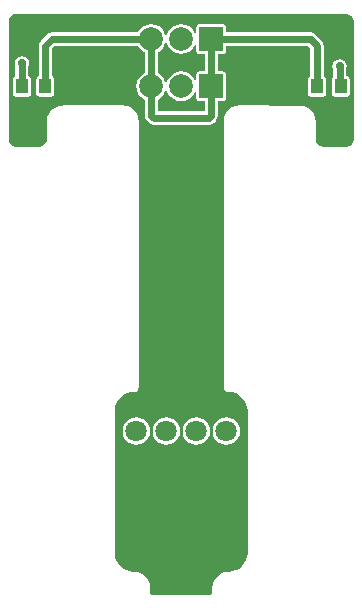
<source format=gbl>
G04 Layer_Physical_Order=2*
G04 Layer_Color=16711680*
%FSLAX44Y44*%
%MOMM*%
G71*
G01*
G75*
%ADD11C,0.6000*%
%ADD12C,1.8000*%
%ADD13C,2.0000*%
%ADD14R,2.0000X2.0000*%
%ADD15C,0.7000*%
%ADD16R,1.0000X1.2500*%
G36*
X-140000Y496115D02*
X0Y496115D01*
X140000Y496115D01*
X140167Y496148D01*
X142366Y495711D01*
X144371Y494371D01*
X145711Y492366D01*
X146149Y490167D01*
X146115Y490000D01*
Y390000D01*
X146149Y389833D01*
X145711Y387634D01*
X144371Y385629D01*
X142366Y384289D01*
X140167Y383852D01*
X140000Y383885D01*
X120000Y383885D01*
X120000Y383885D01*
X120000Y383885D01*
X118801Y384057D01*
X117634Y384289D01*
X115629Y385629D01*
X114289Y387634D01*
X113851Y389833D01*
X113885Y390000D01*
X113885Y403784D01*
X113911Y405039D01*
Y405039D01*
X113911Y405039D01*
X113457Y408481D01*
X112076Y411817D01*
X109878Y414681D01*
X107013Y416879D01*
X103678Y418261D01*
X101186Y418589D01*
X100098Y418732D01*
X99961Y418714D01*
X98695Y418691D01*
X50219Y418798D01*
X49785Y418885D01*
Y418929D01*
X46180Y418455D01*
X42821Y417063D01*
X39936Y414849D01*
X37722Y411964D01*
X36331Y408605D01*
X35856Y405000D01*
X35900Y404996D01*
X36115Y179996D01*
X36264Y179254D01*
X36411Y178513D01*
X36412Y178512D01*
X36412Y178510D01*
X36834Y177880D01*
X37253Y177253D01*
X37255Y177252D01*
X37256Y177250D01*
X37886Y176830D01*
X38513Y176411D01*
X38515Y176411D01*
X38517Y176410D01*
X39262Y176262D01*
X40000Y176115D01*
X41230Y176019D01*
X43149Y175831D01*
X46177Y174912D01*
X48967Y173421D01*
X51413Y171413D01*
X53421Y168967D01*
X54912Y166177D01*
X55831Y163149D01*
X56132Y160085D01*
X56115Y160000D01*
X56115Y40000D01*
X56132Y39915D01*
X55831Y36851D01*
X54912Y33823D01*
X53421Y31033D01*
X51413Y28587D01*
X48967Y26579D01*
X46177Y25088D01*
X43149Y24169D01*
X41248Y23982D01*
X40000Y23929D01*
Y23929D01*
X36395Y23455D01*
X33035Y22063D01*
X30151Y19849D01*
X27937Y16965D01*
X26545Y13605D01*
X26071Y10000D01*
X26071D01*
X26141Y8759D01*
X26207Y5695D01*
X25604Y4793D01*
X24578Y4107D01*
X24388Y4070D01*
X23244Y3905D01*
X23934Y4006D01*
X24388Y4070D01*
X24427Y4077D01*
X23934Y4006D01*
X23179Y3899D01*
X21942Y3885D01*
X21764Y3885D01*
X-21764D01*
X-21942Y3885D01*
X-23179Y3899D01*
X-23934Y4006D01*
X-24427Y4077D01*
X-24388Y4070D01*
X-23934Y4006D01*
X-23244Y3905D01*
X-24388Y4070D01*
X-24578Y4107D01*
X-25604Y4793D01*
X-26207Y5695D01*
X-26141Y8759D01*
X-26071Y10000D01*
Y10000D01*
X-26071Y10000D01*
X-26546Y13605D01*
X-27937Y16965D01*
X-30151Y19849D01*
X-33035Y22063D01*
X-36395Y23455D01*
X-38778Y23768D01*
X-40000Y23929D01*
X-41248Y23982D01*
X-43149Y24169D01*
X-46177Y25088D01*
X-48967Y26579D01*
X-51413Y28587D01*
X-53421Y31033D01*
X-54912Y33823D01*
X-55831Y36851D01*
X-56132Y39915D01*
X-56115Y40000D01*
Y160000D01*
X-56132Y160085D01*
X-55831Y163149D01*
X-54912Y166177D01*
X-53421Y168967D01*
X-51413Y171413D01*
X-48967Y173421D01*
X-46177Y174912D01*
X-43149Y175831D01*
X-41230Y176019D01*
X-40000Y176115D01*
X-39262Y176262D01*
X-38517Y176410D01*
X-38515Y176411D01*
X-38513Y176411D01*
X-37886Y176830D01*
X-37256Y177250D01*
X-37255Y177252D01*
X-37253Y177253D01*
X-36834Y177880D01*
X-36412Y178510D01*
X-36412Y178512D01*
X-36411Y178513D01*
X-36264Y179254D01*
X-36115Y179996D01*
X-35900Y404996D01*
X-35856Y405000D01*
X-36331Y408605D01*
X-37722Y411964D01*
X-39936Y414849D01*
X-42821Y417063D01*
X-46180Y418455D01*
X-49785Y418929D01*
X-49794Y418885D01*
X-98695Y418776D01*
X-99961Y418800D01*
X-100098Y418818D01*
X-101176Y418676D01*
X-103678Y418346D01*
X-107014Y416965D01*
X-109878Y414767D01*
X-112076Y411902D01*
X-113458Y408567D01*
X-113911Y405124D01*
X-113911D01*
X-113885Y403870D01*
X-113885Y391355D01*
X-113885Y390085D01*
X-114057Y388886D01*
X-114289Y387720D01*
X-115629Y385714D01*
X-117634Y384374D01*
X-118801Y384142D01*
X-120000Y383970D01*
Y383970D01*
X-140000Y383970D01*
X-140167Y383937D01*
X-142366Y384374D01*
X-144371Y385714D01*
X-145711Y387720D01*
X-146149Y389918D01*
X-146116Y390085D01*
Y490085D01*
X-146149Y490252D01*
X-145711Y492451D01*
X-144371Y494456D01*
X-142366Y495797D01*
X-140382Y496191D01*
X-140000Y496115D01*
D02*
G37*
%LPC*%
G36*
X-12700Y154640D02*
X-15712Y154243D01*
X-18520Y153080D01*
X-20930Y151230D01*
X-22780Y148820D01*
X-23943Y146012D01*
X-24340Y143000D01*
X-23943Y139987D01*
X-22780Y137180D01*
X-20930Y134770D01*
X-18520Y132920D01*
X-15712Y131757D01*
X-12700Y131360D01*
X-9688Y131757D01*
X-6880Y132920D01*
X-4470Y134770D01*
X-2620Y137180D01*
X-1457Y139987D01*
X-1060Y143000D01*
X-1457Y146012D01*
X-2620Y148820D01*
X-4470Y151230D01*
X-6880Y153080D01*
X-9688Y154243D01*
X-12700Y154640D01*
D02*
G37*
G36*
X12700D02*
X9688Y154243D01*
X6880Y153080D01*
X4470Y151230D01*
X2620Y148820D01*
X1457Y146012D01*
X1060Y143000D01*
X1457Y139987D01*
X2620Y137180D01*
X4470Y134770D01*
X6880Y132920D01*
X9688Y131757D01*
X12700Y131360D01*
X15712Y131757D01*
X18520Y132920D01*
X20930Y134770D01*
X22780Y137180D01*
X23943Y139987D01*
X24340Y143000D01*
X23943Y146012D01*
X22780Y148820D01*
X20930Y151230D01*
X18520Y153080D01*
X15712Y154243D01*
X12700Y154640D01*
D02*
G37*
G36*
X38100D02*
X35087Y154243D01*
X32280Y153080D01*
X29870Y151230D01*
X28020Y148820D01*
X26857Y146012D01*
X26460Y143000D01*
X26857Y139987D01*
X28020Y137180D01*
X29870Y134770D01*
X32280Y132920D01*
X35087Y131757D01*
X38100Y131360D01*
X41112Y131757D01*
X43920Y132920D01*
X46330Y134770D01*
X48180Y137180D01*
X49343Y139987D01*
X49740Y143000D01*
X49343Y146012D01*
X48180Y148820D01*
X46330Y151230D01*
X43920Y153080D01*
X41112Y154243D01*
X38100Y154640D01*
D02*
G37*
G36*
X-38100D02*
X-41112Y154243D01*
X-43920Y153080D01*
X-46330Y151230D01*
X-48180Y148820D01*
X-49343Y146012D01*
X-49740Y143000D01*
X-49343Y139987D01*
X-48180Y137180D01*
X-46330Y134770D01*
X-43920Y132920D01*
X-41112Y131757D01*
X-38100Y131360D01*
X-35087Y131757D01*
X-32280Y132920D01*
X-29870Y134770D01*
X-28020Y137180D01*
X-26857Y139987D01*
X-26460Y143000D01*
X-26857Y146012D01*
X-28020Y148820D01*
X-29870Y151230D01*
X-32280Y153080D01*
X-35087Y154243D01*
X-38100Y154640D01*
D02*
G37*
G36*
X0Y487648D02*
X-3274Y487217D01*
X-6324Y485954D01*
X-8944Y483944D01*
X-10954Y481324D01*
X-12013Y478767D01*
X-13387D01*
X-14446Y481324D01*
X-16456Y483944D01*
X-19076Y485954D01*
X-22126Y487217D01*
X-25400Y487648D01*
X-28674Y487217D01*
X-31724Y485954D01*
X-34344Y483944D01*
X-36354Y481324D01*
X-36634Y480648D01*
X-109500D01*
X-109500Y480648D01*
X-111662Y480219D01*
X-113494Y478994D01*
X-113494Y478994D01*
X-118994Y473494D01*
X-120219Y471662D01*
X-120649Y469500D01*
X-120648Y469500D01*
Y443711D01*
X-120991Y443643D01*
X-121831Y443081D01*
X-122393Y442241D01*
X-122590Y441250D01*
Y428750D01*
X-122393Y427759D01*
X-121831Y426919D01*
X-120991Y426357D01*
X-120000Y426160D01*
X-110000D01*
X-109009Y426357D01*
X-108169Y426919D01*
X-107607Y427759D01*
X-107410Y428750D01*
Y441250D01*
X-107607Y442241D01*
X-108169Y443081D01*
X-109009Y443643D01*
X-109352Y443711D01*
Y467160D01*
X-107160Y469352D01*
X-36634D01*
X-36354Y468676D01*
X-34344Y466056D01*
X-31724Y464046D01*
X-31049Y463767D01*
Y446233D01*
X-31724Y445954D01*
X-34344Y443944D01*
X-36354Y441324D01*
X-37617Y438274D01*
X-38048Y435000D01*
X-37617Y431726D01*
X-36354Y428676D01*
X-34344Y426056D01*
X-31724Y424046D01*
X-31049Y423767D01*
Y410150D01*
X-31049Y410150D01*
X-30619Y407988D01*
X-29394Y406156D01*
X-27244Y404006D01*
X-27244Y404006D01*
X-25412Y402781D01*
X-23250Y402351D01*
X-23250Y402351D01*
X23500D01*
X23500Y402351D01*
X25662Y402781D01*
X27494Y404006D01*
X29394Y405906D01*
X29394Y405906D01*
X30619Y407738D01*
X31049Y409900D01*
Y422410D01*
X35400D01*
X36391Y422607D01*
X37231Y423169D01*
X37793Y424009D01*
X37990Y425000D01*
Y445000D01*
X37793Y445991D01*
X37231Y446831D01*
X36391Y447393D01*
X35400Y447590D01*
X31049D01*
Y462410D01*
X35400D01*
X36391Y462607D01*
X37231Y463169D01*
X37793Y464009D01*
X37990Y465000D01*
Y469352D01*
X107160D01*
X109352Y467160D01*
Y443711D01*
X109009Y443643D01*
X108169Y443081D01*
X107607Y442241D01*
X107410Y441250D01*
Y428750D01*
X107607Y427759D01*
X108169Y426919D01*
X109009Y426357D01*
X110000Y426160D01*
X120000D01*
X120991Y426357D01*
X121831Y426919D01*
X122393Y427759D01*
X122590Y428750D01*
Y441250D01*
X122393Y442241D01*
X121831Y443081D01*
X120991Y443643D01*
X120648Y443711D01*
Y469500D01*
X120649Y469500D01*
X120219Y471662D01*
X118994Y473494D01*
X118994Y473494D01*
X113494Y478994D01*
X111662Y480219D01*
X109500Y480648D01*
X109500Y480648D01*
X37990D01*
Y485000D01*
X37793Y485991D01*
X37231Y486831D01*
X36391Y487393D01*
X35400Y487590D01*
X15400D01*
X14409Y487393D01*
X13569Y486831D01*
X13007Y485991D01*
X12810Y485000D01*
Y480161D01*
X11540Y479908D01*
X10954Y481324D01*
X8944Y483944D01*
X6324Y485954D01*
X3274Y487217D01*
X0Y487648D01*
D02*
G37*
G36*
X-135000Y460658D02*
X-137357Y460190D01*
X-139355Y458855D01*
X-140690Y456857D01*
X-141158Y454500D01*
X-140690Y452143D01*
X-140648Y452082D01*
Y443711D01*
X-140991Y443643D01*
X-141831Y443081D01*
X-142393Y442241D01*
X-142590Y441250D01*
Y428750D01*
X-142393Y427759D01*
X-141831Y426919D01*
X-140991Y426357D01*
X-140000Y426160D01*
X-130000D01*
X-129009Y426357D01*
X-128169Y426919D01*
X-127607Y427759D01*
X-127410Y428750D01*
Y441250D01*
X-127607Y442241D01*
X-128169Y443081D01*
X-129009Y443643D01*
X-129352Y443711D01*
Y452082D01*
X-129311Y452143D01*
X-128842Y454500D01*
X-129311Y456857D01*
X-130645Y458855D01*
X-132643Y460190D01*
X-135000Y460658D01*
D02*
G37*
G36*
X134000Y457908D02*
X131643Y457439D01*
X129645Y456105D01*
X128310Y454107D01*
X127842Y451750D01*
X128310Y449393D01*
X128351Y449332D01*
Y443203D01*
X128169Y443081D01*
X127607Y442241D01*
X127410Y441250D01*
Y428750D01*
X127607Y427759D01*
X128169Y426919D01*
X129009Y426357D01*
X130000Y426160D01*
X140000D01*
X140991Y426357D01*
X141831Y426919D01*
X142393Y427759D01*
X142590Y428750D01*
Y441250D01*
X142393Y442241D01*
X141831Y443081D01*
X140991Y443643D01*
X140000Y443840D01*
X139649D01*
Y449332D01*
X139690Y449393D01*
X140158Y451750D01*
X139690Y454107D01*
X138355Y456105D01*
X136357Y457439D01*
X134000Y457908D01*
D02*
G37*
%LPD*%
G36*
X-10954Y468676D02*
X-8944Y466056D01*
X-6324Y464046D01*
X-3274Y462783D01*
X0Y462352D01*
X3274Y462783D01*
X6324Y464046D01*
X8944Y466056D01*
X10954Y468676D01*
X11540Y470092D01*
X12810Y469839D01*
Y465000D01*
X13007Y464009D01*
X13569Y463169D01*
X14409Y462607D01*
X15400Y462410D01*
X19751D01*
Y447590D01*
X15400D01*
X14409Y447393D01*
X13569Y446831D01*
X13007Y445991D01*
X12810Y445000D01*
Y440161D01*
X11540Y439908D01*
X10954Y441324D01*
X8944Y443944D01*
X6324Y445954D01*
X3274Y447217D01*
X0Y447648D01*
X-3274Y447217D01*
X-6324Y445954D01*
X-8944Y443944D01*
X-10954Y441324D01*
X-12013Y438767D01*
X-13387D01*
X-14446Y441324D01*
X-16456Y443944D01*
X-19076Y445954D01*
X-19751Y446233D01*
Y463767D01*
X-19076Y464046D01*
X-16456Y466056D01*
X-14446Y468676D01*
X-13387Y471233D01*
X-12013D01*
X-10954Y468676D01*
D02*
G37*
G36*
Y428676D02*
X-8944Y426056D01*
X-6324Y424046D01*
X-3274Y422783D01*
X0Y422352D01*
X3274Y422783D01*
X6324Y424046D01*
X8944Y426056D01*
X10954Y428676D01*
X11540Y430092D01*
X12810Y429839D01*
Y425000D01*
X13007Y424009D01*
X13569Y423169D01*
X14409Y422607D01*
X15400Y422410D01*
X19751D01*
Y413648D01*
X-19751D01*
Y423767D01*
X-19076Y424046D01*
X-16456Y426056D01*
X-14446Y428676D01*
X-13387Y431233D01*
X-12013D01*
X-10954Y428676D01*
D02*
G37*
D11*
X134000Y436000D02*
X135000Y435000D01*
X134000Y436000D02*
Y451750D01*
X-135000Y435000D02*
Y454500D01*
X-115000Y435000D02*
Y469500D01*
X-109500Y475000D01*
X-25400D01*
X23500Y408000D02*
X25400Y409900D01*
X-23250Y408000D02*
X23500D01*
X-25400Y410150D02*
X-23250Y408000D01*
X25400Y475000D02*
X109500D01*
X115000Y469500D01*
Y435000D02*
Y469500D01*
X25400Y409900D02*
Y435000D01*
X-25400Y410150D02*
Y435000D01*
X25400D02*
Y475000D01*
X-25400Y435000D02*
Y475000D01*
D12*
X12700Y143000D02*
D03*
X-12700D02*
D03*
X-38100D02*
D03*
X38100D02*
D03*
D13*
X-25400Y475000D02*
D03*
X0D02*
D03*
X-25400Y435000D02*
D03*
X0D02*
D03*
D14*
X25400Y475000D02*
D03*
Y435000D02*
D03*
D15*
X134000Y451750D02*
D03*
X-135000Y454500D02*
D03*
D16*
X115000Y435000D02*
D03*
X135000D02*
D03*
X-115000D02*
D03*
X-135000D02*
D03*
M02*

</source>
